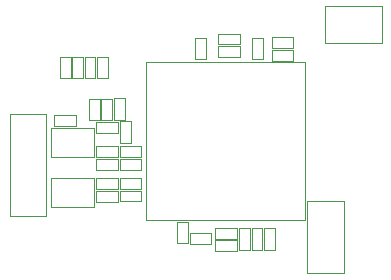
<source format=gbr>
%TF.GenerationSoftware,KiCad,Pcbnew,8.0.2-1*%
%TF.CreationDate,2024-05-30T11:00:14+09:00*%
%TF.ProjectId,eeg,6565672e-6b69-4636-9164-5f7063625858,rev?*%
%TF.SameCoordinates,Original*%
%TF.FileFunction,Other,User*%
%FSLAX46Y46*%
G04 Gerber Fmt 4.6, Leading zero omitted, Abs format (unit mm)*
G04 Created by KiCad (PCBNEW 8.0.2-1) date 2024-05-30 11:00:14*
%MOMM*%
%LPD*%
G01*
G04 APERTURE LIST*
%ADD10C,0.050000*%
G04 APERTURE END LIST*
D10*
%TO.C,J2*%
X158670000Y-105080000D02*
X158670000Y-111180000D01*
X158670000Y-111180000D02*
X161770000Y-111180000D01*
X161770000Y-105080000D02*
X158670000Y-105080000D01*
X161770000Y-111180000D02*
X161770000Y-105080000D01*
%TO.C,C29*%
X140830000Y-92860000D02*
X141750000Y-92860000D01*
X140830000Y-94680000D02*
X140830000Y-92860000D01*
X141750000Y-92860000D02*
X141750000Y-94680000D01*
X141750000Y-94680000D02*
X140830000Y-94680000D01*
%TO.C,C42*%
X142770000Y-100450000D02*
X144590000Y-100450000D01*
X142770000Y-101370000D02*
X142770000Y-100450000D01*
X144590000Y-100450000D02*
X144590000Y-101370000D01*
X144590000Y-101370000D02*
X142770000Y-101370000D01*
%TO.C,C35*%
X138735000Y-92860000D02*
X139655000Y-92860000D01*
X138735000Y-94680000D02*
X138735000Y-92860000D01*
X139655000Y-92860000D02*
X139655000Y-94680000D01*
X139655000Y-94680000D02*
X138735000Y-94680000D01*
%TO.C,C43*%
X142790000Y-98330000D02*
X143710000Y-98330000D01*
X142790000Y-100150000D02*
X142790000Y-98330000D01*
X143710000Y-98330000D02*
X143710000Y-100150000D01*
X143710000Y-100150000D02*
X142790000Y-100150000D01*
%TO.C,C30*%
X155660000Y-91210000D02*
X157480000Y-91210000D01*
X155660000Y-92130000D02*
X155660000Y-91210000D01*
X157480000Y-91210000D02*
X157480000Y-92130000D01*
X157480000Y-92130000D02*
X155660000Y-92130000D01*
%TO.C,R6*%
X140780000Y-103140000D02*
X142640000Y-103140000D01*
X140780000Y-104080000D02*
X140780000Y-103140000D01*
X142640000Y-103140000D02*
X142640000Y-104080000D01*
X142640000Y-104080000D02*
X140780000Y-104080000D01*
%TO.C,J1*%
X160115000Y-88610000D02*
X160115000Y-91710000D01*
X160115000Y-91710000D02*
X164965000Y-91710000D01*
X164965000Y-88610000D02*
X160115000Y-88610000D01*
X164965000Y-91710000D02*
X164965000Y-88610000D01*
%TO.C,R10*%
X140780000Y-98390000D02*
X142640000Y-98390000D01*
X140780000Y-99330000D02*
X140780000Y-98390000D01*
X142640000Y-98390000D02*
X142640000Y-99330000D01*
X142640000Y-99330000D02*
X140780000Y-99330000D01*
%TO.C,C21*%
X150860000Y-108370000D02*
X152680000Y-108370000D01*
X150860000Y-109290000D02*
X150860000Y-108370000D01*
X152680000Y-108370000D02*
X152680000Y-109290000D01*
X152680000Y-109290000D02*
X150860000Y-109290000D01*
%TO.C,IC3*%
X145025000Y-93275000D02*
X158475000Y-93275000D01*
X145025000Y-106725000D02*
X145025000Y-93275000D01*
X158475000Y-93275000D02*
X158475000Y-106725000D01*
X158475000Y-106725000D02*
X145025000Y-106725000D01*
%TO.C,C28*%
X139790000Y-92860000D02*
X140710000Y-92860000D01*
X139790000Y-94680000D02*
X139790000Y-92860000D01*
X140710000Y-92860000D02*
X140710000Y-94680000D01*
X140710000Y-94680000D02*
X139790000Y-94680000D01*
%TO.C,C33*%
X148720000Y-107820000D02*
X150540000Y-107820000D01*
X148720000Y-108740000D02*
X148720000Y-107820000D01*
X150540000Y-107820000D02*
X150540000Y-108740000D01*
X150540000Y-108740000D02*
X148720000Y-108740000D01*
%TO.C,R4*%
X142250000Y-96380000D02*
X143190000Y-96380000D01*
X142250000Y-98240000D02*
X142250000Y-96380000D01*
X143190000Y-96380000D02*
X143190000Y-98240000D01*
X143190000Y-98240000D02*
X142250000Y-98240000D01*
%TO.C,R8*%
X140780000Y-100440000D02*
X142640000Y-100440000D01*
X140780000Y-101380000D02*
X140780000Y-100440000D01*
X142640000Y-100440000D02*
X142640000Y-101380000D01*
X142640000Y-101380000D02*
X140780000Y-101380000D01*
%TO.C,C25*%
X151100000Y-90910000D02*
X152920000Y-90910000D01*
X151100000Y-91830000D02*
X151100000Y-90910000D01*
X152920000Y-90910000D02*
X152920000Y-91830000D01*
X152920000Y-91830000D02*
X151100000Y-91830000D01*
%TO.C,C23*%
X152890000Y-107390000D02*
X153810000Y-107390000D01*
X152890000Y-109210000D02*
X152890000Y-107390000D01*
X153810000Y-107390000D02*
X153810000Y-109210000D01*
X153810000Y-109210000D02*
X152890000Y-109210000D01*
%TO.C,R7*%
X140780000Y-101510000D02*
X142640000Y-101510000D01*
X140780000Y-102450000D02*
X140780000Y-101510000D01*
X142640000Y-101510000D02*
X142640000Y-102450000D01*
X142640000Y-102450000D02*
X140780000Y-102450000D01*
%TO.C,C27*%
X154980000Y-107390000D02*
X155900000Y-107390000D01*
X154980000Y-109210000D02*
X154980000Y-107390000D01*
X155900000Y-107390000D02*
X155900000Y-109210000D01*
X155900000Y-109210000D02*
X154980000Y-109210000D01*
%TO.C,C20*%
X141200000Y-96440000D02*
X142120000Y-96440000D01*
X141200000Y-98260000D02*
X141200000Y-96440000D01*
X142120000Y-96440000D02*
X142120000Y-98260000D01*
X142120000Y-98260000D02*
X141200000Y-98260000D01*
%TO.C,C41*%
X142770000Y-103150000D02*
X144590000Y-103150000D01*
X142770000Y-104070000D02*
X142770000Y-103150000D01*
X144590000Y-103150000D02*
X144590000Y-104070000D01*
X144590000Y-104070000D02*
X142770000Y-104070000D01*
%TO.C,C32*%
X155660000Y-92270000D02*
X157480000Y-92270000D01*
X155660000Y-93190000D02*
X155660000Y-92270000D01*
X157480000Y-92270000D02*
X157480000Y-93190000D01*
X157480000Y-93190000D02*
X155660000Y-93190000D01*
%TO.C,D4*%
X136960000Y-98890000D02*
X136960000Y-101390000D01*
X136960000Y-101390000D02*
X140560000Y-101390000D01*
X140560000Y-98890000D02*
X136960000Y-98890000D01*
X140560000Y-101390000D02*
X140560000Y-98890000D01*
%TO.C,C24*%
X153930000Y-107390000D02*
X154850000Y-107390000D01*
X153930000Y-109210000D02*
X153930000Y-107390000D01*
X154850000Y-107390000D02*
X154850000Y-109210000D01*
X154850000Y-109210000D02*
X153930000Y-109210000D01*
%TO.C,C37*%
X137705000Y-92860000D02*
X138625000Y-92860000D01*
X137705000Y-94680000D02*
X137705000Y-92860000D01*
X138625000Y-92860000D02*
X138625000Y-94680000D01*
X138625000Y-94680000D02*
X137705000Y-94680000D01*
%TO.C,C39*%
X142770000Y-101500000D02*
X144590000Y-101500000D01*
X142770000Y-102420000D02*
X142770000Y-101500000D01*
X144590000Y-101500000D02*
X144590000Y-102420000D01*
X144590000Y-102420000D02*
X142770000Y-102420000D01*
%TO.C,C40*%
X140180000Y-96430000D02*
X141100000Y-96430000D01*
X140180000Y-98250000D02*
X140180000Y-96430000D01*
X141100000Y-96430000D02*
X141100000Y-98250000D01*
X141100000Y-98250000D02*
X140180000Y-98250000D01*
%TO.C,C26*%
X151100000Y-91950000D02*
X152920000Y-91950000D01*
X151100000Y-92870000D02*
X151100000Y-91950000D01*
X152920000Y-91950000D02*
X152920000Y-92870000D01*
X152920000Y-92870000D02*
X151100000Y-92870000D01*
%TO.C,R9*%
X137240000Y-97820000D02*
X139100000Y-97820000D01*
X137240000Y-98760000D02*
X137240000Y-97820000D01*
X139100000Y-97820000D02*
X139100000Y-98760000D01*
X139100000Y-98760000D02*
X137240000Y-98760000D01*
%TO.C,C22*%
X150860000Y-107380000D02*
X152680000Y-107380000D01*
X150860000Y-108300000D02*
X150860000Y-107380000D01*
X152680000Y-107380000D02*
X152680000Y-108300000D01*
X152680000Y-108300000D02*
X150860000Y-108300000D01*
%TO.C,C38*%
X142770000Y-104200000D02*
X144590000Y-104200000D01*
X142770000Y-105120000D02*
X142770000Y-104200000D01*
X144590000Y-104200000D02*
X144590000Y-105120000D01*
X144590000Y-105120000D02*
X142770000Y-105120000D01*
%TO.C,D3*%
X136952500Y-103110000D02*
X136952500Y-105610000D01*
X136952500Y-105610000D02*
X140552500Y-105610000D01*
X140552500Y-103110000D02*
X136952500Y-103110000D01*
X140552500Y-105610000D02*
X140552500Y-103110000D01*
%TO.C,C31*%
X147660000Y-106830000D02*
X148580000Y-106830000D01*
X147660000Y-108650000D02*
X147660000Y-106830000D01*
X148580000Y-106830000D02*
X148580000Y-108650000D01*
X148580000Y-108650000D02*
X147660000Y-108650000D01*
%TO.C,C34*%
X153960000Y-91270000D02*
X154880000Y-91270000D01*
X153960000Y-93090000D02*
X153960000Y-91270000D01*
X154880000Y-91270000D02*
X154880000Y-93090000D01*
X154880000Y-93090000D02*
X153960000Y-93090000D01*
%TO.C,J4*%
X133450000Y-97675000D02*
X133450000Y-106325000D01*
X133450000Y-106325000D02*
X136550000Y-106325000D01*
X136550000Y-97675000D02*
X133450000Y-97675000D01*
X136550000Y-106325000D02*
X136550000Y-97675000D01*
%TO.C,R5*%
X140780000Y-104200000D02*
X142640000Y-104200000D01*
X140780000Y-105140000D02*
X140780000Y-104200000D01*
X142640000Y-104200000D02*
X142640000Y-105140000D01*
X142640000Y-105140000D02*
X140780000Y-105140000D01*
%TO.C,C36*%
X149160000Y-91280000D02*
X150080000Y-91280000D01*
X149160000Y-93100000D02*
X149160000Y-91280000D01*
X150080000Y-91280000D02*
X150080000Y-93100000D01*
X150080000Y-93100000D02*
X149160000Y-93100000D01*
%TD*%
M02*

</source>
